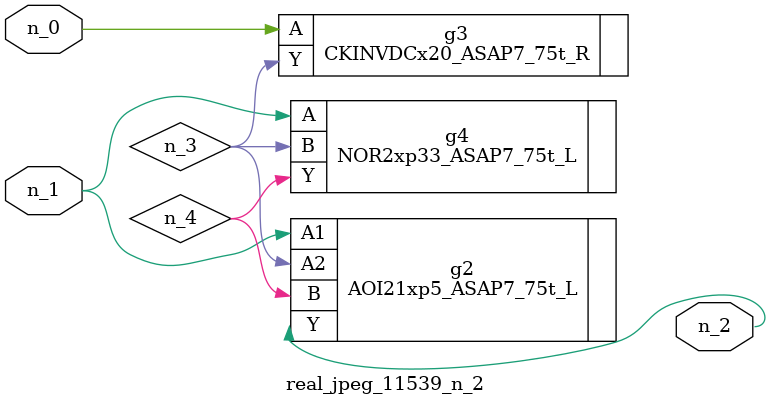
<source format=v>
module real_jpeg_11539_n_2 (n_1, n_0, n_2);

input n_1;
input n_0;

output n_2;

wire n_4;
wire n_3;

CKINVDCx20_ASAP7_75t_R g3 ( 
.A(n_0),
.Y(n_3)
);

AOI21xp5_ASAP7_75t_L g2 ( 
.A1(n_1),
.A2(n_3),
.B(n_4),
.Y(n_2)
);

NOR2xp33_ASAP7_75t_L g4 ( 
.A(n_1),
.B(n_3),
.Y(n_4)
);


endmodule
</source>
